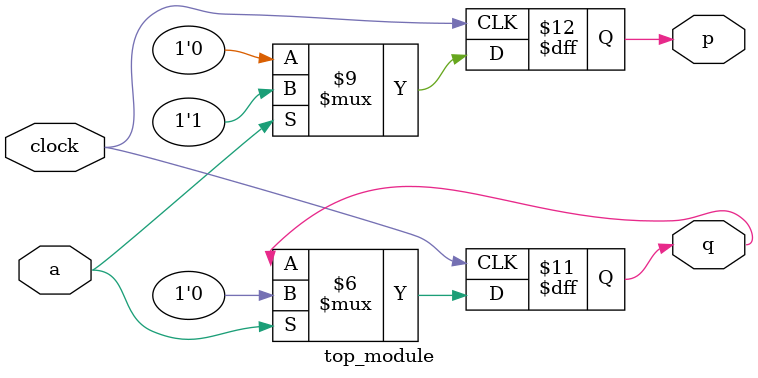
<source format=sv>
module top_module (
    input clock,
    input a, 
    output reg p,
    output reg q
);

// Implement the following logic based on the given simulation waveforms:
// When clock is 0 and a is 0, p and q are 0.
// When clock is 1 and a is 0, p is 0 and q remains unchanged.
// When clock is 1 and a is 1, p is 1 and q becomes 0.
// When clock is 0 and a is 1, p becomes 0 and q becomes 1.

always @(posedge clock) begin
    if (a == 0) begin
        p <= 0;
    end
    else begin
        p <= 1;
    end
end

always @(negedge clock) begin
    if (a == 0) begin
        q <= q;
    end
    else begin
        q <= 0;
    end
end

endmodule

</source>
